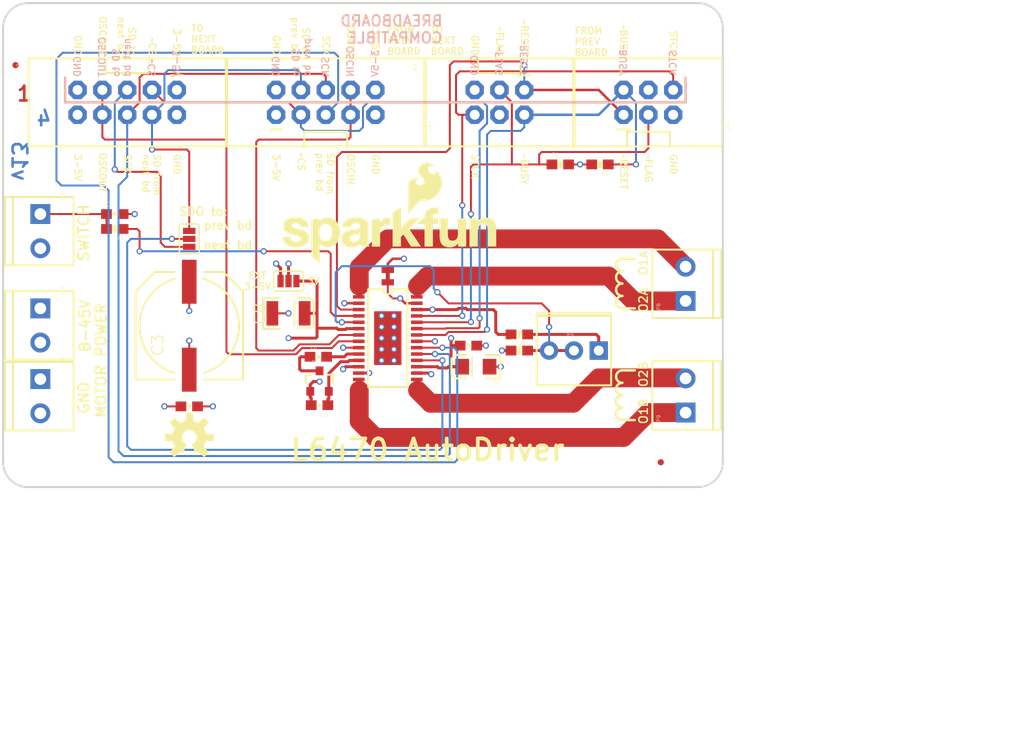
<source format=kicad_pcb>
(kicad_pcb (version 20211014) (generator pcbnew)
  (layers (0 "F.Cu" signal) (1 "In1.Cu" signal) (2 "In2.Cu" signal) (31 "B.Cu" signal) (34 "B.Paste" user) (35 "F.Paste" user) (36 "B.SilkS" user "B.Silkscreen") (37 "F.SilkS" user "F.Silkscreen") (38 "B.Mask" user) (39 "F.Mask" user) (44 "Edge.Cuts" user))
  (net 0 "")
  (net 1 "5V")
  (net 2 "GND")
  (net 3 "FLAGN")
  (net 4 "BUSYN")
  (net 5 "STCK")
  (net 6 "V_CP")
  (net 7 "CP_HIGH")
  (net 8 "V_BOOT")
  (net 9 "OUT1A")
  (net 10 "OUT2A")
  (net 11 "OUT1B")
  (net 12 "OUT2B")
  (net 13 "ADC")
  (net 14 "SWITCH_SIG")
  (net 15 "SWITCH_INPUT")
  (net 16 "N$11")
  (net 17 "SDI")
  (net 18 "SCK")
  (net 19 "CSN")
  (net 20 "VLOGIC")
  (net 21 "3.3V")
  (net 22 "OSCIN")
  (net 23 "OSCOUT")
  (net 24 "RESETN")
  (net 25 "VS")
  (net 26 "PGND")
  (net 27 "D_RETURN")
  (net 28 "SDO")
  (net 29 "SDO_DOWNSTREAM")
  (footprint "boardEagle:STAND-OFF" (layer "F.Cu") (at 182.7911 82.7786)
    (fp_text reference "STANDOFF1" hide)
    (fp_text value "STAND-OFF" hide)
  )
  (footprint "boardEagle:0603-CAP" (layer "F.Cu") (at 144.0561 121.3866 180)
    (fp_text reference "C5")
    (fp_text value "0.22uF")
  )
  (footprint "boardEagle:2X5-SHROUDED" (layer "F.Cu") (at 144.6911 90.3986 90)
    (fp_text reference "JP1")
    (fp_text value "M05X2SHD")
  )
  (footprint "boardEagle:STAND-OFF" (layer "F.Cu") (at 114.2111 127.2286)
    (fp_text reference "STANDOFF3" hide)
    (fp_text value "STAND-OFF" hide)
  )
  (footprint "boardEagle:TP_15TH" (layer "F.Cu") (at 140.8811 114.5286)
    (fp_text reference "TP1" hide)
    (fp_text value "TEST-POINTTP_15TH_THRU" hide)
  )
  (footprint "boardEagle:PAD-JUMPER-3-2OF3_NC_BY_PASTE_YES_SILK_FULL_BOX" (layer "F.Cu") (at 130.7211 104.3686 90)
    (fp_text reference "SJ3")
    (fp_text value "JUMPER-PAD-3-2OF3_NC_BY_PASTE")
  )
  (footprint "boardEagle:STAND-OFF" (layer "F.Cu") (at 114.2111 82.7786)
    (fp_text reference "STANDOFF4" hide)
    (fp_text value "STAND-OFF" hide)
  )
  (footprint "boardEagle:SCREWTERMINAL-3.5MM-2" (layer "F.Cu") (at 115.4811 101.8286 -90)
    (fp_text reference "JP5")
    (fp_text value "")
  )
  (footprint "boardEagle:2X3-SHROUDED" (layer "F.Cu") (at 177.7111 90.3986 90)
    (fp_text reference "JP4")
    (fp_text value "")
  )
  (footprint "boardEagle:HTSSOP28" (layer "F.Cu") (at 151.0411 114.5286 -90)
    (fp_text reference "U1")
    (fp_text value "L6470 ")
  )
  (footprint "boardEagle:STAND-OFF" (layer "F.Cu") (at 182.7911 127.2286)
    (fp_text reference "STANDOFF2" hide)
    (fp_text value "STAND-OFF" hide)
  )
  (footprint "boardEagle:0603-RES" (layer "F.Cu") (at 172.7581 96.7486 180)
    (fp_text reference "R1")
    (fp_text value "10k")
  )
  (footprint "boardEagle:3362U" (layer "F.Cu") (at 172.6311 113.2586 180)
    (fp_text reference "R4")
    (fp_text value "200k")
  )
  (footprint "boardEagle:SFE_LOGO_NAME_FLAME_.2" (layer "F.Cu") (at 139.6111 106.9086)
    (fp_text reference "LOGO2" hide)
    (fp_text value "SFE_LOGO_NAME_FLAME.2_INCH" hide)
  )
  (footprint "boardEagle:OSHW-LOGO-M" (layer "F.Cu") (at 130.7211 124.6886)
    (fp_text reference "LOGO1" hide)
    (fp_text value "OSHW-LOGOM" hide)
  )
  (footprint "boardEagle:2X3-SHROUDED" (layer "F.Cu") (at 162.4711 90.3986 -90)
    (fp_text reference "JP3")
    (fp_text value "")
  )
  (footprint "boardEagle:SCREWTERMINAL-3.5MM-2" (layer "F.Cu") (at 115.4811 111.4806 -90)
    (fp_text reference "JP6")
    (fp_text value "")
  )
  (footprint "boardEagle:MICRO-FIDUCIAL" (layer "F.Cu") (at 178.9811 127.2286)
    (fp_text reference "FID1" hide)
    (fp_text value "FIDUCIALUFIDUCIAL" hide)
  )
  (footprint "boardEagle:EIA3216" (layer "F.Cu") (at 160.0581 117.4496 180)
    (fp_text reference "C2")
    (fp_text value "10uF")
  )
  (footprint "boardEagle:0603-RES" (layer "F.Cu") (at 164.5031 115.7986)
    (fp_text reference "R5")
    (fp_text value "8.2k")
  )
  (footprint "boardEagle:0603-CAP" (layer "F.Cu") (at 159.2961 115.2906)
    (fp_text reference "C1")
    (fp_text value "0.1uF")
  )
  (footprint "boardEagle:SCREWTERMINAL-3.5MM-2" (layer "F.Cu") (at 115.4811 118.7196 -90)
    (fp_text reference "JP7")
    (fp_text value "")
  )
  (footprint "boardEagle:SOT23-3" (layer "F.Cu") (at 144.0561 118.9736)
    (fp_text reference "D1")
    (fp_text value "BAV99")
  )
  (footprint "boardEagle:0603-RES" (layer "F.Cu") (at 123.1011 103.3526 180)
    (fp_text reference "R3")
    (fp_text value "100")
  )
  (footprint "boardEagle:2X5-SHROUDED" (layer "F.Cu") (at 124.3711 90.3986 -90)
    (fp_text reference "JP2")
    (fp_text value "M05X2SHD")
  )
  (footprint "boardEagle:2PT_GND_TIE" (layer "F.Cu") (at 151.0411 108.1786)
    (fp_text reference "SJ2" hide)
    (fp_text value "2PT_GND_TIE" hide)
  )
  (footprint "boardEagle:0603-CAP" (layer "F.Cu") (at 130.7211 121.5136)
    (fp_text reference "C4")
    (fp_text value "0.22uF")
  )
  (footprint "boardEagle:0603-CAP" (layer "F.Cu") (at 143.9291 116.4336)
    (fp_text reference "C6")
    (fp_text value "10nF")
  )
  (footprint "boardEagle:CREATIVE_COMMONS" (layer "F.Cu") (at 133.2611 155.1686)
    (fp_text reference "FRAME1" hide)
    (fp_text value "FRAME-LETTER" hide)
  )
  (footprint "boardEagle:MICRO-FIDUCIAL" (layer "F.Cu") (at 112.9411 86.5886)
    (fp_text reference "FID2" hide)
    (fp_text value "FIDUCIALUFIDUCIAL" hide)
  )
  (footprint "boardEagle:0603-CAP" (layer "F.Cu") (at 123.1011 101.8286)
    (fp_text reference "C7")
    (fp_text value "10nF")
  )
  (footprint "boardEagle:SCREWTERMINAL-3.5MM-2" (layer "F.Cu") (at 181.5211 122.1486 90)
    (fp_text reference "JP9")
    (fp_text value "")
  )
  (footprint "boardEagle:FOUR_LAYER_WARNING" (layer "F.Cu") (at 170.0911 137.3886)
    (fp_text reference "U$4" hide)
    (fp_text value "FOUR_LAYER_WARNING" hide)
  )
  (footprint "boardEagle:SCREWTERMINAL-3.5MM-2" (layer "F.Cu") (at 181.5211 110.7186 90)
    (fp_text reference "JP8")
    (fp_text value "")
  )
  (footprint "boardEagle:0603-RES" (layer "F.Cu") (at 164.5031 114.1476 180)
    (fp_text reference "R6")
    (fp_text value "33k")
  )
  (footprint "boardEagle:NIC_10X10.5_CAP" (layer "F.Cu") (at 130.7211 113.2586 90)
    (fp_text reference "C3")
    (fp_text value "100uF")
  )
  (footprint "boardEagle:PAD-JUMPER-3-2OF3_NC_BY_PASTE_YES_SILK_FULL_BOX" (layer "F.Cu") (at 140.8811 108.6866 180)
    (fp_text reference "SJ1")
    (fp_text value "JUMPER-PAD-3-2OF3_NC_BY_PASTE")
  )
  (footprint "boardEagle:EIA3528" (layer "F.Cu") (at 140.8811 111.9886)
    (fp_text reference "C8")
    (fp_text value "47uF")
  )
  (footprint "boardEagle:0603-RES" (layer "F.Cu") (at 168.6941 96.7486)
    (fp_text reference "R2")
    (fp_text value "10k")
  )
  (gr_line (start 118.0211 87.8586) (end 118.0211 90.3986) (layer "B.SilkS") (width 0.254))
  (gr_line (start 181.5211 90.3986) (end 181.5211 87.8586) (layer "B.SilkS") (width 0.254))
  (gr_line (start 118.0211 90.3986) (end 181.5211 90.3986) (layer "B.SilkS") (width 0.254))
  (gr_line (start 176.3141 106.4006) (end 175.0441 106.4006) (layer "F.SilkS") (width 0.254))
  (gr_arc (start 175.0441 120.3706) (mid 174.4091 119.7356) (end 175.0441 119.1006) (layer "F.SilkS") (width 0.254))
  (gr_line (start 176.3141 117.8306) (end 175.0441 117.8306) (layer "F.SilkS") (width 0.254))
  (gr_arc (start 175.0441 111.4806) (mid 174.4091 110.8456) (end 175.0441 110.2106) (layer "F.SilkS") (width 0.254))
  (gr_arc (start 175.0441 110.2106) (mid 174.4091 109.5756) (end 175.0441 108.9406) (layer "F.SilkS") (width 0.254))
  (gr_line (start 176.3141 122.9106) (end 175.0441 122.9106) (layer "F.SilkS") (width 0.254))
  (gr_arc (start 175.0441 107.6706) (mid 174.4091 107.0356) (end 175.0441 106.4006) (layer "F.SilkS") (width 0.254))
  (gr_arc (start 175.0441 119.1006) (mid 174.4091 118.4656) (end 175.0441 117.8306) (layer "F.SilkS") (width 0.254))
  (gr_arc (start 175.0441 108.9406) (mid 174.4091 108.3056) (end 175.0441 107.6706) (layer "F.SilkS") (width 0.254))
  (gr_arc (start 175.0441 122.9106) (mid 174.4091 122.2756) (end 175.0441 121.6406) (layer "F.SilkS") (width 0.254))
  (gr_line (start 176.3141 111.4806) (end 175.0441 111.4806) (layer "F.SilkS") (width 0.254))
  (gr_arc (start 175.0441 121.6406) (mid 174.4091 121.0056) (end 175.0441 120.3706) (layer "F.SilkS") (width 0.254))
  (gr_arc (start 114.2111 129.7686) (mid 112.415049 129.024651) (end 111.6711 127.2286) (layer "Edge.Cuts") (width 0.2032))
  (gr_line (start 185.3311 127.2286) (end 185.3311 82.7786) (layer "Edge.Cuts") (width 0.2032))
  (gr_arc (start 111.6711 82.7786) (mid 112.415049 80.982549) (end 114.2111 80.2386) (layer "Edge.Cuts") (width 0.2032))
  (gr_arc (start 182.7911 80.2386) (mid 184.587151 80.982549) (end 185.3311 82.7786) (layer "Edge.Cuts") (width 0.2032))
  (gr_arc (start 185.3311 127.2286) (mid 184.587151 129.024651) (end 182.7911 129.7686) (layer "Edge.Cuts") (width 0.2032))
  (gr_line (start 182.7911 80.2386) (end 114.2111 80.2386) (layer "Edge.Cuts") (width 0.2032))
  (gr_line (start 111.6711 127.2286) (end 111.6711 82.7786) (layer "Edge.Cuts") (width 0.2032))
  (gr_line (start 182.7911 129.7686) (end 114.2111 129.7686) (layer "Edge.Cuts") (width 0.2032))
  (gr_text "1" (at 112.9411 90.3986) (layer "F.Cu") (effects (font (size 1.5113 1.5113) (thickness 0.2667)) (justify left bottom)))
  (gr_text "v13" (at 114.2111 94.2086 -90) (layer "B.Cu") (effects (font (size 1.5113 1.5113) (thickness 0.2667)) (justify right top mirror)))
  (gr_text "4" (at 116.7511 92.9386) (layer "B.Cu") (effects (font (size 1.5113 1.5113) (thickness 0.2667)) (justify left bottom mirror)))
  (gr_text "SD to\nnext bd" (at 124.7521 87.8586 -270) (layer "B.SilkS") (effects (font (size 0.69088 0.69088) (thickness 0.12192)) (justify right bottom mirror)))
  (gr_text "SD to\nprev bd" (at 143.1671 87.8586 -270) (layer "B.SilkS") (effects (font (size 0.69088 0.69088) (thickness 0.12192)) (justify right bottom mirror)))
  (gr_text "GND" (at 139.9921 87.8586 -270) (layer "B.SilkS") (effects (font (size 0.69088 0.69088) (thickness 0.12192)) (justify right bottom mirror)))
  (gr_text "SCK" (at 145.0721 87.8586 -270) (layer "B.SilkS") (effects (font (size 0.69088 0.69088) (thickness 0.12192)) (justify right bottom mirror)))
  (gr_text "BREADBOARD\nCOMPATIBLE" (at 156.7561 84.4296) (layer "B.SilkS") (effects (font (size 1.0795 1.0795) (thickness 0.1905)) (justify left bottom mirror)))
  (gr_text "STCK" (at 180.6321 87.7316 -270) (layer "B.SilkS") (effects (font (size 0.69088 0.69088) (thickness 0.12192)) (justify right bottom mirror)))
  (gr_text "~BUSY" (at 175.5521 87.7316 -270) (layer "B.SilkS") (effects (font (size 0.69088 0.69088) (thickness 0.12192)) (justify right bottom mirror)))
  (gr_text "~FLAG" (at 162.8521 87.7316 -270) (layer "B.SilkS") (effects (font (size 0.69088 0.69088) (thickness 0.12192)) (justify right bottom mirror)))
  (gr_text "3-5V" (at 150.1521 87.8586 -270) (layer "B.SilkS") (effects (font (size 0.69088 0.69088) (thickness 0.12192)) (justify right bottom mirror)))
  (gr_text "GND" (at 160.3121 87.7316 -270) (layer "B.SilkS") (effects (font (size 0.69088 0.69088) (thickness 0.12192)) (justify right bottom mirror)))
  (gr_text "3-5V" (at 129.8321 87.8586 -270) (layer "B.SilkS") (effects (font (size 0.69088 0.69088) (thickness 0.12192)) (justify right bottom mirror)))
  (gr_text "~CS" (at 127.2921 87.8586 -270) (layer "B.SilkS") (effects (font (size 0.69088 0.69088) (thickness 0.12192)) (justify right bottom mirror)))
  (gr_text "OSCIN" (at 147.6121 87.8586 -270) (layer "B.SilkS") (effects (font (size 0.69088 0.69088) (thickness 0.12192)) (justify right bottom mirror)))
  (gr_text "OSCOUT" (at 122.2121 87.8586 -270) (layer "B.SilkS") (effects (font (size 0.69088 0.69088) (thickness 0.12192)) (justify right bottom mirror)))
  (gr_text "~RESET" (at 165.3921 87.7316 -270) (layer "B.SilkS") (effects (font (size 0.69088 0.69088) (thickness 0.12192)) (justify right bottom mirror)))
  (gr_text "GND" (at 119.6721 87.8586 -270) (layer "B.SilkS") (effects (font (size 0.69088 0.69088) (thickness 0.12192)) (justify right bottom mirror)))
  (gr_text "GND" (at 149.3901 95.6056 270) (layer "F.SilkS") (effects (font (size 0.69088 0.69088) (thickness 0.12192)) (justify left bottom)))
  (gr_text "3-5V" (at 118.9101 95.6056 270) (layer "F.SilkS") (effects (font (size 0.69088 0.69088) (thickness 0.12192)) (justify left bottom)))
  (gr_text "L6470 AutoDriver" (at 140.8811 127.2286) (layer "F.SilkS") (effects (font (size 2.159 2.159) (thickness 0.381)) (justify left bottom)))
  (gr_text "TO\nNEXT\nBOARD" (at 155.3591 85.5726) (layer "F.SilkS") (effects (font (size 0.69088 0.69088) (thickness 0.12192)) (justify left bottom)))
  (gr_text "STCK" (at 159.5501 95.6056 270) (layer "F.SilkS") (effects (font (size 0.69088 0.69088) (thickness 0.12192)) (justify left bottom)))
  (gr_text "O2B" (at 177.7111 119.6086 90) (layer "F.SilkS") (effects (font (size 0.8636 0.8636) (thickness 0.1524)) (justify left bottom)))
  (gr_text "3-5V" (at 139.2301 95.6056 270) (layer "F.SilkS") (effects (font (size 0.69088 0.69088) (thickness 0.12192)) (justify left bottom)))
  (gr_text "SWITCH" (at 120.5611 106.7816 90) (layer "F.SilkS") (effects (font (size 1.0795 1.0795) (thickness 0.1905)) (justify left bottom)))
  (gr_text "SD from\nnext bd" (at 125.8951 95.6056 270) (layer "F.SilkS") (effects (font (size 0.69088 0.69088) (thickness 0.12192)) (justify left bottom)))
  (gr_text "OSCOUT" (at 121.4501 95.4786 270) (layer "F.SilkS") (effects (font (size 0.69088 0.69088) (thickness 0.12192)) (justify left bottom)))
  (gr_text "MOTOR POWER" (at 122.3391 116.8146 90) (layer "F.SilkS") (effects (font (size 1.0795 1.0795) (thickness 0.1905)) (justify bottom)))
  (gr_text "O2A" (at 177.7111 111.9886 90) (layer "F.SilkS") (effects (font (size 0.8636 0.8636) (thickness 0.1524)) (justify left bottom)))
  (gr_text "~CS" (at 141.7701 95.4786 270) (layer "F.SilkS") (effects (font (size 0.69088 0.69088) (thickness 0.12192)) (justify left bottom)))
  (gr_text "GND" (at 129.0701 95.6056 270) (layer "F.SilkS") (effects (font (size 0.69088 0.69088) (thickness 0.12192)) (justify left bottom)))
  (gr_text "FROM\nPREV\nBOARD" (at 170.0911 85.6996) (layer "F.SilkS") (effects (font (size 0.69088 0.69088) (thickness 0.12192)) (justify left bottom)))
  (gr_text "~RESET" (at 164.6301 85.6996 270) (layer "F.SilkS") (effects (font (size 0.69088 0.69088) (thickness 0.12192)) (justify right bottom)))
  (gr_text "8-45V" (at 120.6881 113.2586 90) (layer "F.SilkS") (effects (font (size 1.0795 1.0795) (thickness 0.1905)) (justify bottom)))
  (gr_text "3V" (at 143.4211 108.6866) (layer "F.SilkS") (effects (font (size 0.69088 0.69088) (thickness 0.12192))))
  (gr_text "SD to\nprev bd" (at 141.1351 85.6996 270) (layer "F.SilkS") (effects (font (size 0.69088 0.69088) (thickness 0.12192)) (justify right bottom)))
  (gr_text "SCK" (at 123.9901 95.6056 270) (layer "F.SilkS") (effects (font (size 0.69088 0.69088) (thickness 0.12192)) (justify left bottom)))
  (gr_text "STCK" (at 179.8701 85.6996 270) (layer "F.SilkS") (effects (font (size 0.69088 0.69088) (thickness 0.12192)) (justify right bottom)))
  (gr_text "GND" (at 139.2301 85.6996 270) (layer "F.SilkS") (effects (font (size 0.69088 0.69088) (thickness 0.12192)) (justify right bottom)))
  (gr_text "~RESET" (at 174.7901 95.6056 270) (layer "F.SilkS") (effects (font (size 0.69088 0.69088) (thickness 0.12192)) (justify left bottom)))
  (gr_text "OSCOUT" (at 121.4501 85.6996 270) (layer "F.SilkS") (effects (font (size 0.69088 0.69088) (thickness 0.12192)) (justify right bottom)))
  (gr_text "GND" (at 179.8701 95.6056 270) (layer "F.SilkS") (effects (font (size 0.69088 0.69088) (thickness 0.12192)) (justify left bottom)))
  (gr_text "FROM\nPREV\nBOARD" (at 150.9141 85.5726) (layer "F.SilkS") (effects (font (size 0.69088 0.69088) (thickness 0.12192)) (justify left bottom)))
  (gr_text "TO\nNEXT\nBOARD" (at 130.8481 85.4456) (layer "F.SilkS") (effects (font (size 0.69088 0.69088) (thickness 0.12192)) (justify left bottom)))
  (gr_text "GND" (at 120.5611 120.6246 90) (layer "F.SilkS") (effects (font (size 1.0795 1.0795) (thickness 0.1905)) (justify bottom)))
  (gr_text "3-5V" (at 129.0701 85.6996 270) (layer "F.SilkS") (effects (font (size 0.69088 0.69088) (thickness 0.12192)) (justify right bottom)))
  (gr_text "SD from\nprev bd" (at 143.6751 95.4786 270) (layer "F.SilkS") (effects (font (size 0.69088 0.69088) (thickness 0.12192)) (justify left bottom)))
  (gr_text "next bd" (at 132.1181 105.5116) (layer "F.SilkS") (effects (font (size 0.8636 0.8636) (thickness 0.1524)) (justify left bottom)))
  (gr_text "SCK" (at 144.3101 85.6996 270) (layer "F.SilkS") (effects (font (size 0.69088 0.69088) (thickness 0.12192)) (justify right bottom)))
  (gr_text "~FLAG" (at 177.3301 95.6056 270) (layer "F.SilkS") (effects (font (size 0.69088 0.69088) (thickness 0.12192)) (justify left bottom)))
  (gr_text "OSCIN" (at 146.8501 85.6996 270) (layer "F.SilkS") (effects (font (size 0.69088 0.69088) (thickness 0.12192)) (justify right bottom)))
  (gr_text "GND" (at 118.9101 85.6996 270) (layer "F.SilkS") (effects (font (size 0.69088 0.69088) (thickness 0.12192)) (justify right bottom)))
  (gr_text "SDO to:" (at 129.5781 102.0826) (layer "F.SilkS") (effects (font (size 0.8636 0.8636) (thickness 0.1524)) (justify left bottom)))
  (gr_text "~BUSY" (at 164.6301 95.6056 270) (layer "F.SilkS") (effects (font (size 0.69088 0.69088) (thickness 0.12192)) (justify left bottom)))
  (gr_text "GND" (at 159.5501 85.6996 270) (layer "F.SilkS") (effects (font (size 0.69088 0.69088) (thickness 0.12192)) (justify right bottom)))
  (gr_text "~FLAG" (at 162.0901 85.6996 270) (layer "F.SilkS") (effects (font (size 0.69088 0.69088) (thickness 0.12192)) (justify right bottom)))
  (gr_text "OSCIN" (at 146.8501 95.6056 270) (layer "F.SilkS") (effects (font (size 0.69088 0.69088) (thickness 0.12192)) (justify left bottom)))
  (gr_text "O1B" (at 177.7111 123.4186 90) (layer "F.SilkS") (effects (font (size 0.8636 0.8636) (thickness 0.1524)) (justify left bottom)))
  (gr_text "O1A" (at 177.7111 108.1786 90) (layer "F.SilkS") (effects (font (size 0.8636 0.8636) (thickness 0.1524)) (justify left bottom)))
  (gr_text "SD to\nnext bd" (at 123.3551 85.6996 270) (layer "F.SilkS") (effects (font (size 0.69088 0.69088) (thickness 0.12192)) (justify right bottom)))
  (gr_text "prev bd" (at 132.1181 103.4796) (layer "F.SilkS") (effects (font (size 0.8636 0.8636) (thickness 0.1524)) (justify left bottom)))
  (gr_text "OSCOUT" (at 121.4501 95.4786 270) (layer "F.SilkS") (effects (font (size 0.69088 0.69088) (thickness 0.12192)) (justify left bottom)))
  (gr_text "EXT\n3-5V" (at 137.7061 108.6866) (layer "F.SilkS") (effects (font (size 0.69088 0.69088) (thickness 0.12192))))
  (gr_text "SCK" (at 123.9901 95.6056 270) (layer "F.SilkS") (effects (font (size 0.69088 0.69088) (thickness 0.12192)) (justify left bottom)))
  (gr_text "~CS" (at 126.5301 85.6996 270) (layer "F.SilkS") (effects (font (size 0.69088 0.69088) (thickness 0.12192)) (justify right bottom)))
  (gr_text "~BUSY" (at 174.7901 85.6996 270) (layer "F.SilkS") (effects (font (size 0.69088 0.69088) (thickness 0.12192)) (justify right bottom)))
  (gr_text "3-5V" (at 149.3901 85.6996 270) (layer "F.SilkS") (effects (font (size 0.69088 0.69088) (thickness 0.12192)) (justify right bottom)))
  (segment (start 140.0683 108.6866) (end 140.0683 107.3658) (width 0.3048) (layer "F.Cu") (net 1))
  (segment (start 140.0683 107.3658) (end 139.6111 106.9086) (width 0.3048) (layer "F.Cu") (net 1))
  (via (at 139.6111 106.9086) (size 0.635) (drill 0.381) (layers "F.Cu" "B.Cu") (net 1))
  (segment (start 161.4581 117.4496) (end 162.5981 117.4496) (width 0.2032) (layer "F.Cu") (net 2))
  (segment (start 163.6531 115.7986) (end 162.7251 115.7986) (width 0.3048) (layer "F.Cu") (net 2))
  (segment (start 148.0711 115.5036) (end 146.4691 115.5036) (width 0.2032) (layer "F.Cu") (net 2))
  (segment (start 151.0411 106.9086) (end 151.0411 107.5436) (width 0.254) (layer "F.Cu") (net 2))
  (segment (start 152.6921 106.4006) (end 151.5491 106.4006) (width 0.254) (layer "F.Cu") (net 2))
  (segment (start 123.9511 101.8286) (end 125.1331 101.8286) (width 0.2032) (layer "F.Cu") (net 2))
  (segment (start 139.2311 111.9886) (end 140.8811 111.9886) (width 0.2032) (layer "F.Cu") (net 2))
  (segment (start 151.5491 106.4006) (end 151.0411 106.9086) (width 0.254) (layer "F.Cu") (net 2))
  (segment (start 154.0111 114.8536) (end 155.8671 114.8536) (width 0.2032) (layer "F.Cu") (net 2))
  (segment (start 160.1461 115.2906) (end 161.0741 115.2906) (width 0.2032) (layer "F.Cu") (net 2))
  (via (at 155.8671 114.8536) (size 0.635) (drill 0.381) (layers "F.Cu" "B.Cu") (net 2))
  (via (at 162.5981 117.4496) (size 0.635) (drill 0.381) (layers "F.Cu" "B.Cu") (net 2))
  (via (at 146.4691 115.5036) (size 0.635) (drill 0.381) (layers "F.Cu" "B.Cu") (net 2))
  (via (at 152.6921 106.4006) (size 0.635) (drill 0.381) (layers "F.Cu" "B.Cu") (net 2))
  (via (at 161.0741 115.2906) (size 0.635) (drill 0.381) (layers "F.Cu" "B.Cu") (net 2))
  (via (at 162.7251 115.7986) (size 0.635) (drill 0.381) (layers "F.Cu" "B.Cu") (net 2))
  (via (at 125.1331 101.8286) (size 0.635) (drill 0.381) (layers "F.Cu" "B.Cu") (net 2))
  (via (at 140.8811 111.9886) (size 0.635) (drill 0.381) (layers "F.Cu" "B.Cu") (net 2))
  (segment (start 163.7411 90.3986) (end 163.7411 96.7486) (width 0.2032) (layer "F.Cu") (net 3))
  (segment (start 177.7111 91.6686) (end 177.7111 95.0976) (width 0.2032) (layer "F.Cu") (net 3))
  (segment (start 159.5241 112.9036) (end 159.5501 112.8776) (width 0.2032) (layer "F.Cu") (net 3))
  (segment (start 159.5501 101.8286) (end 159.5501 97.0026) (width 0.2032) (layer "F.Cu") (net 3))
  (segment (start 177.7111 95.0976) (end 177.3301 95.4786) (width 0.2032) (layer "F.Cu") (net 3))
  (segment (start 159.5501 97.0026) (end 159.8041 96.7486) (width 0.2032) (layer "F.Cu") (net 3))
  (segment (start 166.7891 95.4786) (end 166.5351 95.7326) (width 0.2032) (layer "F.Cu") (net 3))
  (segment (start 159.8041 96.7486) (end 163.7411 96.7486) (width 0.2032) (layer "F.Cu") (net 3))
  (segment (start 163.7411 96.7486) (end 166.5351 96.7486) (width 0.2032) (layer "F.Cu") (net 3))
  (segment (start 166.5351 95.7326) (end 166.5351 96.7486) (width 0.2032) (layer "F.Cu") (net 3))
  (segment (start 167.8441 96.7486) (end 167.2971 96.7486) (width 0.254) (layer "F.Cu") (net 3))
  (segment (start 162.4711 89.1286) (end 163.7411 90.3986) (width 0.2032) (layer "F.Cu") (net 3))
  (segment (start 154.0111 112.9036) (end 159.5241 112.9036) (width 0.2032) (layer "F.Cu") (net 3))
  (segment (start 177.3301 95.4786) (end 166.7891 95.4786) (width 0.2032) (layer "F.Cu") (net 3))
  (segment (start 166.5351 96.7486) (end 167.8441 96.7486) (width 0.2032) (layer "F.Cu") (net 3))
  (via (at 159.5501 112.8776) (size 0.635) (drill 0.381) (layers "F.Cu" "B.Cu") (net 3))
  (via (at 159.5501 101.8286) (size 0.635) (drill 0.381) (layers "F.Cu" "B.Cu") (net 3))
  (segment (start 159.5501 112.8776) (end 159.5501 101.8286) (width 0.2032) (layer "B.Cu") (net 3))
  (segment (start 154.0111 114.2036) (end 156.9541 114.2036) (width 0.2032) (layer "F.Cu") (net 4))
  (segment (start 160.9471 113.8936) (end 161.2011 113.6396) (width 0.2032) (layer "F.Cu") (net 4))
  (segment (start 157.2641 113.8936) (end 160.9471 113.8936) (width 0.2032) (layer "F.Cu") (net 4))
  (segment (start 173.6081 96.7486) (end 176.4411 96.7486) (width 0.2032) (layer "F.Cu") (net 4))
  (segment (start 156.9541 114.2036) (end 157.2641 113.8936) (width 0.2032) (layer "F.Cu") (net 4))
  (via (at 176.4411 96.7486) (size 0.635) (drill 0.381) (layers "F.Cu" "B.Cu") (net 4))
  (via (at 161.2011 113.6396) (size 0.635) (drill 0.381) (layers "F.Cu" "B.Cu") (net 4))
  (segment (start 161.2011 113.6396) (end 161.2011 93.7006) (width 0.2032) (layer "B.Cu") (net 4))
  (segment (start 161.5821 93.3196) (end 164.6301 93.3196) (width 0.2032) (layer "B.Cu") (net 4))
  (segment (start 165.0111 91.6686) (end 172.6311 91.6686) (width 0.254) (layer "B.Cu") (net 4))
  (segment (start 161.2011 93.7006) (end 161.5821 93.3196) (width 0.2032) (layer "B.Cu") (net 4))
  (segment (start 165.0111 92.9386) (end 165.0111 91.6686) (width 0.2032) (layer "B.Cu") (net 4))
  (segment (start 176.4411 96.7486) (end 176.4411 90.3986) (width 0.2032) (layer "B.Cu") (net 4))
  (segment (start 176.4411 90.3986) (end 175.1711 89.1286) (width 0.2032) (layer "B.Cu") (net 4))
  (segment (start 172.6311 91.6686) (end 175.1711 89.1286) (width 0.254) (layer "B.Cu") (net 4))
  (segment (start 164.6301 93.3196) (end 165.0111 92.9386) (width 0.2032) (layer "B.Cu") (net 4))
  (segment (start 158.4071 87.2236) (end 158.0261 87.6046) (width 0.2032) (layer "F.Cu") (net 5))
  (segment (start 158.7881 91.6686) (end 159.9311 91.6686) (width 0.2032) (layer "F.Cu") (net 5))
  (segment (start 158.6611 91.7956) (end 158.7881 91.6686) (width 0.2032) (layer "F.Cu") (net 5))
  (segment (start 179.8701 87.2236) (end 158.4071 87.2236) (width 0.2032) (layer "F.Cu") (net 5))
  (segment (start 158.6611 100.9396) (end 158.6611 91.7956) (width 0.2032) (layer "F.Cu") (net 5))
  (segment (start 158.0261 91.4146) (end 158.2801 91.6686) (width 0.2032) (layer "F.Cu") (net 5))
  (segment (start 154.0111 112.2536) (end 158.6501 112.2536) (width 0.2032) (layer "F.Cu") (net 5))
  (segment (start 158.6501 112.2536) (end 158.6611 112.2426) (width 0.2032) (layer "F.Cu") (net 5))
  (segment (start 180.2511 89.1286) (end 180.2511 87.6046) (width 0.2032) (layer "F.Cu") (net 5))
  (segment (start 158.0261 87.6046) (end 158.0261 91.4146) (width 0.2032) (layer "F.Cu") (net 5))
  (segment (start 180.2511 87.6046) (end 179.8701 87.2236) (width 0.2032) (layer "F.Cu") (net 5))
  (segment (start 158.2801 91.6686) (end 158.7881 91.6686) (width 0.2032) (layer "F.Cu") (net 5))
  (via (at 158.6611 100.9396) (size 0.635) (drill 0.381) (layers "F.Cu" "B.Cu") (net 5))
  (via (at 158.6611 112.2426) (size 0.635) (drill 0.381) (layers "F.Cu" "B.Cu") (net 5))
  (segment (start 158.6611 112.2426) (end 158.6611 100.9396) (width 0.2032) (layer "B.Cu") (net 5))
  (segment (start 146.5961 116.4336) (end 144.7791 116.4336) (width 0.3048) (layer "F.Cu") (net 6))
  (segment (start 148.0711 116.1536) (end 146.8761 116.1536) (width 0.3048) (layer "F.Cu") (net 6))
  (segment (start 146.8761 116.1536) (end 146.5961 116.4336) (width 0.3048) (layer "F.Cu") (net 6))
  (segment (start 144.0561 117.8736) (end 142.1941 117.8736) (width 0.3048) (layer "F.Cu") (net 7))
  (segment (start 142.1511 116.4336) (end 143.0791 116.4336) (width 0.3048) (layer "F.Cu") (net 7))
  (segment (start 142.0241 117.7036) (end 142.0241 116.5606) (width 0.3048) (layer "F.Cu") (net 7))
  (segment (start 142.0241 116.5606) (end 142.1511 116.4336) (width 0.3048) (layer "F.Cu") (net 7))
  (segment (start 142.1941 117.8736) (end 142.0241 117.7036) (width 0.3048) (layer "F.Cu") (net 7))
  (segment (start 145.0061 119.9736) (end 145.0061 118.1506) (width 0.3048) (layer "F.Cu") (net 8))
  (segment (start 146.9771 116.9416) (end 146.2151 116.9416) (width 0.3048) (layer "F.Cu") (net 8))
  (segment (start 145.0061 119.9736) (end 145.0061 120.6906) (width 0.3048) (layer "F.Cu") (net 8))
  (segment (start 145.0061 120.6906) (end 144.9061 120.7906) (width 0.3048) (layer "F.Cu") (net 8))
  (segment (start 145.0061 118.1506) (end 146.2151 116.9416) (width 0.3048) (layer "F.Cu") (net 8))
  (segment (start 148.0711 116.8036) (end 147.1151 116.8036) (width 0.3048) (layer "F.Cu") (net 8))
  (segment (start 147.1151 116.8036) (end 146.9771 116.9416) (width 0.3048) (layer "F.Cu") (net 8))
  (segment (start 144.9061 121.3866) (end 144.9061 120.7906) (width 0.3048) (layer "F.Cu") (net 8))
  (segment (start 151.0411 104.3686) (end 178.6711 104.3686) (width 1.9304) (layer "F.Cu") (net 9))
  (segment (start 148.0711 110.3036) (end 148.0711 109.2436) (width 0.254) (layer "F.Cu") (net 9))
  (segment (start 148.0711 109.2436) (end 148.1201 109.1946) (width 0.254) (layer "F.Cu") (net 9))
  (segment (start 148.1201 107.2896) (end 151.0411 104.3686) (width 1.9304) (layer "F.Cu") (net 9))
  (segment (start 178.6711 104.3686) (end 181.5211 107.2186) (width 1.9304) (layer "F.Cu") (net 9))
  (segment (start 148.1201 109.1946) (end 148.1201 107.2896) (width 1.9304) (layer "F.Cu") (net 9))
  (segment (start 155.1051 108.1786) (end 154.0891 109.1946) (width 1.9304) (layer "F.Cu") (net 10))
  (segment (start 154.0111 110.3036) (end 154.0111 108.8916) (width 0.254) (layer "F.Cu") (net 10))
  (segment (start 154.0111 108.8916) (end 154.0111 109.1166) (width 0.2032) (layer "F.Cu") (net 10))
  (segment (start 176.1871 110.7186) (end 173.6471 108.1786) (width 1.9304) (layer "F.Cu") (net 10))
  (segment (start 154.0111 109.1166) (end 154.0891 109.1946) (width 0.2032) (layer "F.Cu") (net 10))
  (segment (start 181.5211 110.7186) (end 176.1871 110.7186) (width 1.9304) (layer "F.Cu") (net 10))
  (segment (start 173.6471 108.1786) (end 155.1051 108.1786) (width 1.9304) (layer "F.Cu") (net 10))
  (segment (start 148.0711 119.8136) (end 148.1201 119.8626) (width 0.254) (layer "F.Cu") (net 11))
  (segment (start 148.0711 118.7536) (end 148.0711 119.8136) (width 0.254) (layer "F.Cu") (net 11))
  (segment (start 177.7111 122.1486) (end 175.1711 124.6886) (width 1.9304) (layer "F.Cu") (net 11))
  (segment (start 149.7711 124.6886) (end 148.1201 123.0376) (width 1.9304) (layer "F.Cu") (net 11))
  (segment (start 181.5211 122.1486) (end 177.7111 122.1486) (width 1.9304) (layer "F.Cu") (net 11))
  (segment (start 175.1711 124.6886) (end 149.7711 124.6886) (width 1.9304) (layer "F.Cu") (net 11))
  (segment (start 148.1201 123.0376) (end 148.1201 119.8626) (width 1.9304) (layer "F.Cu") (net 11))
  (segment (start 170.0351 121.1886) (end 172.6311 118.5926) (width 1.9304) (layer "F.Cu") (net 12))
  (segment (start 154.0111 120.1656) (end 154.0111 119.9406) (width 0.254) (layer "F.Cu") (net 12))
  (segment (start 181.4651 118.5926) (end 181.5211 118.6486) (width 1.9304) (layer "F.Cu") (net 12))
  (segment (start 155.4151 121.1886) (end 154.0891 119.8626) (width 1.9304) (layer "F.Cu") (net 12))
  (segment (start 155.4151 121.1886) (end 170.0351 121.1886) (width 1.9304) (layer "F.Cu") (net 12))
  (segment (start 154.0111 119.9406) (end 154.0891 119.8626) (width 0.254) (layer "F.Cu") (net 12))
  (segment (start 154.0111 118.7536) (end 154.0111 119.9406) (width 0.254) (layer "F.Cu") (net 12))
  (segment (start 172.6311 118.5926) (end 181.4651 118.5926) (width 1.9304) (layer "F.Cu") (net 12))
  (segment (start 157.2641 110.9726) (end 166.7891 110.9726) (width 0.2032) (layer "F.Cu") (net 13))
  (segment (start 166.7891 110.9726) (end 167.5511 111.7346) (width 0.2032) (layer "F.Cu") (net 13))
  (segment (start 170.0911 115.7986) (end 167.5511 115.7986) (width 0.3048) (layer "F.Cu") (net 13))
  (segment (start 148.0711 112.9036) (end 146.3421 112.9036) (width 0.2032) (layer "F.Cu") (net 13))
  (segment (start 156.1211 109.8296) (end 157.2641 110.9726) (width 0.2032) (layer "F.Cu") (net 13))
  (segment (start 165.3531 115.7986) (end 167.5511 115.7986) (width 0.3048) (layer "F.Cu") (net 13))
  (segment (start 167.5511 111.7346) (end 167.5511 113.3856) (width 0.2032) (layer "F.Cu") (net 13))
  (via (at 156.1211 109.8296) (size 0.635) (drill 0.381) (layers "F.Cu" "B.Cu") (net 13))
  (via (at 167.5511 113.3856) (size 0.635) (drill 0.381) (layers "F.Cu" "B.Cu") (net 13))
  (via (at 146.3421 112.9036) (size 0.635) (drill 0.381) (layers "F.Cu" "B.Cu") (net 13))
  (segment (start 167.5511 113.3856) (end 167.5511 115.7986) (width 0.2032) (layer "B.Cu") (net 13))
  (segment (start 145.7071 112.7506) (end 145.7071 107.7976) (width 0.2032) (layer "B.Cu") (net 13))
  (segment (start 146.3421 107.1626) (end 155.3591 107.1626) (width 0.2032) (layer "B.Cu") (net 13))
  (segment (start 145.7071 107.7976) (end 146.3421 107.1626) (width 0.2032) (layer "B.Cu") (net 13))
  (segment (start 145.8601 112.9036) (end 145.7071 112.7506) (width 0.2032) (layer "B.Cu") (net 13))
  (segment (start 155.7401 109.4486) (end 156.1211 109.8296) (width 0.2032) (layer "B.Cu") (net 13))
  (segment (start 155.7401 107.5436) (end 155.7401 109.4486) (width 0.2032) (layer "B.Cu") (net 13))
  (segment (start 146.3421 112.9036) (end 145.8601 112.9036) (width 0.2032) (layer "B.Cu") (net 13))
  (segment (start 155.3591 107.1626) (end 155.7401 107.5436) (width 0.2032) (layer "B.Cu") (net 13))
  (segment (start 148.0711 112.2536) (end 145.5911 112.2536) (width 0.2032) (layer "F.Cu") (net 14))
  (segment (start 145.5911 112.2536) (end 145.1991 111.8616) (width 0.2032) (layer "F.Cu") (net 14))
  (segment (start 125.6411 105.6386) (end 125.6411 103.6066) (width 0.2032) (layer "F.Cu") (net 14))
  (segment (start 125.6411 103.6066) (end 125.3871 103.3526) (width 0.2032) (layer "F.Cu") (net 14))
  (segment (start 145.1991 111.8616) (end 145.1991 105.8926) (width 0.2032) (layer "F.Cu") (net 14))
  (segment (start 145.1991 105.8926) (end 144.9451 105.6386) (width 0.2032) (layer "F.Cu") (net 14))
  (segment (start 144.9451 105.6386) (end 138.3411 105.6386) (width 0.2032) (layer "F.Cu") (net 14))
  (segment (start 125.3871 103.3526) (end 123.9511 103.3526) (width 0.2032) (layer "F.Cu") (net 14))
  (via (at 138.3411 105.6386) (size 0.635) (drill 0.381) (layers "F.Cu" "B.Cu") (net 14))
  (via (at 125.6411 105.6386) (size 0.635) (drill 0.381) (layers "F.Cu" "B.Cu") (net 14))
  (segment (start 138.3411 105.6386) (end 125.6411 105.6386) (width 0.2032) (layer "B.Cu") (net 14))
  (segment (start 122.2511 103.3526) (end 122.2511 101.8286) (width 0.2032) (layer "F.Cu") (net 15))
  (segment (start 115.4811 101.8286) (end 122.2511 101.8286) (width 0.2032) (layer "F.Cu") (net 15))
  (segment (start 172.3771 114.1476) (end 172.6311 114.4016) (width 0.3048) (layer "F.Cu") (net 16))
  (segment (start 165.3531 114.1476) (end 172.3771 114.1476) (width 0.3048) (layer "F.Cu") (net 16))
  (segment (start 172.6311 114.4016) (end 172.6311 115.7986) (width 0.3048) (layer "F.Cu") (net 16))
  (segment (start 154.0111 115.5036) (end 156.6291 115.5036) (width 0.2032) (layer "F.Cu") (net 17))
  (via (at 156.6291 115.5036) (size 0.635) (drill 0.381) (layers "F.Cu" "B.Cu") (net 17))
  (segment (start 117.1321 98.3996) (end 117.1321 85.9536) (width 0.2032) (layer "B.Cu") (net 17))
  (segment (start 122.4661 99.4156) (end 121.9581 98.9076) (width 0.2032) (layer "B.Cu") (net 17))
  (segment (start 145.9611 90.3986) (end 144.6911 91.6686) (width 0.2032) (layer "B.Cu") (net 17))
  (segment (start 117.7671 85.3186) (end 145.5801 85.3186) (width 0.2032) (layer "B.Cu") (net 17))
  (segment (start 122.4661 126.7206) (end 122.4661 99.4156) (width 0.2032) (layer "B.Cu") (net 17))
  (segment (start 117.6401 98.9076) (end 117.1321 98.3996) (width 0.2032) (layer "B.Cu") (net 17))
  (segment (start 156.6291 115.5036) (end 157.8581 115.5036) (width 0.2032) (layer "B.Cu") (net 17))
  (segment (start 145.5801 85.3186) (end 145.9611 85.6996) (width 0.2032) (layer "B.Cu") (net 17))
  (segment (start 117.1321 85.9536) (end 117.7671 85.3186) (width 0.2032) (layer "B.Cu") (net 17))
  (segment (start 157.8581 115.5036) (end 158.1531 115.7986) (width 0.2032) (layer "B.Cu") (net 17))
  (segment (start 145.9611 85.6996) (end 145.9611 90.3986) (width 0.2032) (layer "B.Cu") (net 17))
  (segment (start 121.9581 98.9076) (end 117.6401 98.9076) (width 0.2032) (layer "B.Cu") (net 17))
  (segment (start 158.1531 115.7986) (end 158.1531 126.9746) (width 0.2032) (layer "B.Cu") (net 17))
  (segment (start 122.9741 127.2286) (end 122.4661 126.7206) (width 0.2032) (layer "B.Cu") (net 17))
  (segment (start 157.8991 127.2286) (end 122.9741 127.2286) (width 0.2032) (layer "B.Cu") (net 17))
  (segment (start 158.1531 126.9746) (end 157.8991 127.2286) (width 0.2032) (layer "B.Cu") (net 17))
  (segment (start 125.6411 90.3986) (end 124.3711 91.6686) (width 0.2032) (layer "F.Cu") (net 18))
  (segment (start 126.0221 87.4776) (end 125.6411 87.8586) (width 0.2032) (layer "F.Cu") (net 18))
  (segment (start 144.6911 89.1286) (end 144.6911 87.7316) (width 0.2032) (layer "F.Cu") (net 18))
  (segment (start 144.4371 87.4776) (end 126.0221 87.4776) (width 0.2032) (layer "F.Cu") (net 18))
  (segment (start 154.0111 116.1536) (end 155.8671 116.1536) (width 0.2032) (layer "F.Cu") (net 18))
  (segment (start 144.6911 87.7316) (end 144.4371 87.4776) (width 0.2032) (layer "F.Cu") (net 18))
  (segment (start 125.6411 87.8586) (end 125.6411 90.3986) (width 0.2032) (layer "F.Cu") (net 18))
  (via (at 155.8671 116.1536) (size 0.635) (drill 0.381) (layers "F.Cu" "B.Cu") (net 18))
  (segment (start 123.9901 126.5936) (end 123.4821 126.0856) (width 0.2032) (layer "B.Cu") (net 18))
  (segment (start 157.2381 116.1536) (end 157.3911 116.3066) (width 0.2032) (layer "B.Cu") (net 18))
  (segment (start 157.1371 126.5936) (end 123.9901 126.5936) (width 0.2032) (layer "B.Cu") (net 18))
  (segment (start 155.8671 116.1536) (end 157.2381 116.1536) (width 0.2032) (layer "B.Cu") (net 18))
  (segment (start 123.4821 98.9076) (end 124.3711 98.0186) (width 0.2032) (layer "B.Cu") (net 18))
  (segment (start 124.3711 98.0186) (end 124.3711 91.6686) (width 0.2032) (layer "B.Cu") (net 18))
  (segment (start 157.3911 126.3396) (end 157.1371 126.5936) (width 0.2032) (layer "B.Cu") (net 18))
  (segment (start 157.3911 116.3066) (end 157.3911 126.3396) (width 0.2032) (layer "B.Cu") (net 18))
  (segment (start 123.4821 126.0856) (end 123.4821 98.9076) (width 0.2032) (layer "B.Cu") (net 18))
  (segment (start 154.0111 113.5536) (end 156.9691 113.5536) (width 0.2032) (layer "F.Cu") (net 19))
  (segment (start 140.8811 90.3986) (end 142.1511 91.6686) (width 0.2032) (layer "F.Cu") (net 19))
  (segment (start 128.1811 90.3986) (end 140.8811 90.3986) (width 0.2032) (layer "F.Cu") (net 19))
  (segment (start 126.9111 89.1286) (end 128.1811 90.3986) (width 0.2032) (layer "F.Cu") (net 19))
  (segment (start 156.9691 113.5536) (end 157.0101 113.5126) (width 0.2032) (layer "F.Cu") (net 19))
  (segment (start 160.3121 113.5126) (end 160.4391 113.3856) (width 0.2032) (layer "F.Cu") (net 19))
  (segment (start 157.0101 113.5126) (end 160.3121 113.5126) (width 0.2032) (layer "F.Cu") (net 19))
  (segment (start 160.4391 113.3856) (end 160.4391 112.4966) (width 0.2032) (layer "F.Cu") (net 19))
  (via (at 160.4391 112.4966) (size 0.635) (drill 0.381) (layers "F.Cu" "B.Cu") (net 19))
  (segment (start 161.2011 90.7796) (end 160.8201 90.3986) (width 0.2032) (layer "B.Cu") (net 19))
  (segment (start 142.5321 93.3196) (end 142.1511 92.9386) (width 0.2032) (layer "B.Cu") (net 19))
  (segment (start 148.5011 92.9386) (end 148.1201 93.3196) (width 0.2032) (layer "B.Cu") (net 19))
  (segment (start 161.2011 92.5576) (end 161.2011 90.7796) (width 0.2032) (layer "B.Cu") (net 19))
  (segment (start 160.4391 112.4966) (end 160.4391 93.3196) (width 0.2032) (layer "B.Cu") (net 19))
  (segment (start 142.1511 92.9386) (end 142.1511 91.6686) (width 0.2032) (layer "B.Cu") (net 19))
  (segment (start 149.0091 90.3986) (end 148.5011 90.9066) (width 0.2032) (layer "B.Cu") (net 19))
  (segment (start 160.4391 93.3196) (end 161.2011 92.5576) (width 0.2032) (layer "B.Cu") (net 19))
  (segment (start 148.5011 90.9066) (end 148.5011 92.9386) (width 0.2032) (layer "B.Cu") (net 19))
  (segment (start 160.8201 90.3986) (end 149.0091 90.3986) (width 0.2032) (layer "B.Cu") (net 19))
  (segment (start 148.1201 93.3196) (end 142.5321 93.3196) (width 0.2032) (layer "B.Cu") (net 19))
  (segment (start 154.0111 117.4536) (end 156.1171 117.4536) (width 0.3048) (layer "F.Cu") (net 20))
  (segment (start 157.1371 117.5766) (end 157.2601 117.4536) (width 0.3048) (layer "F.Cu") (net 20))
  (segment (start 157.6451 117.4536) (end 158.6541 117.4536) (width 0.3048) (layer "F.Cu") (net 20))
  (segment (start 158.6541 117.4536) (end 158.6581 117.4496) (width 0.3048) (layer "F.Cu") (net 20))
  (segment (start 140.8811 108.6866) (end 140.8811 106.9086) (width 0.3048) (layer "F.Cu") (net 20))
  (segment (start 157.5181 117.4536) (end 157.6451 117.4536) (width 0.2032) (layer "F.Cu") (net 20))
  (segment (start 158.4461 115.2906) (end 157.5181 115.2906) (width 0.3048) (layer "F.Cu") (net 20))
  (segment (start 157.5181 116.0526) (end 157.5181 117.3266) (width 0.2032) (layer "F.Cu") (net 20))
  (segment (start 157.5181 114.5286) (end 157.5181 115.2906) (width 0.3048) (layer "F.Cu") (net 20))
  (segment (start 169.5441 96.7486) (end 170.7261 96.7486) (width 0.2032) (layer "F.Cu") (net 20))
  (segment (start 170.7261 96.7486) (end 171.9081 96.7486) (width 0.2032) (layer "F.Cu") (net 20))
  (segment (start 157.5181 117.3266) (end 157.6451 117.4536) (width 0.2032) (layer "F.Cu") (net 20))
  (segment (start 156.1171 117.4536) (end 156.1211 117.4496) (width 0.3048) (layer "F.Cu") (net 20))
  (segment (start 158.6581 117.4496) (end 157.6491 117.4496) (width 0.3048) (layer "F.Cu") (net 20))
  (segment (start 156.1211 117.4496) (end 156.2481 117.5766) (width 0.3048) (layer "F.Cu") (net 20))
  (segment (start 157.6491 117.4496) (end 157.6451 117.4536) (width 0.3048) (layer "F.Cu") (net 20))
  (segment (start 157.5181 115.2906) (end 157.5181 117.4536) (width 0.3048) (layer "F.Cu") (net 20))
  (segment (start 157.2601 117.4536) (end 157.6451 117.4536) (width 0.3048) (layer "F.Cu") (net 20))
  (segment (start 156.2481 117.5766) (end 157.1371 117.5766) (width 0.3048) (layer "F.Cu") (net 20))
  (via (at 170.7261 96.7486) (size 0.635) (drill 0.381) (layers "F.Cu" "B.Cu") (net 20))
  (via (at 157.5181 114.5286) (size 0.635) (drill 0.381) (layers "F.Cu" "B.Cu") (net 20))
  (via (at 140.8811 106.9086) (size 0.635) (drill 0.381) (layers "F.Cu" "B.Cu") (net 20))
  (segment (start 146.7231 113.6396) (end 145.9611 113.6396) (width 0.3048) (layer "F.Cu") (net 21))
  (segment (start 143.8021 111.9886) (end 143.8021 108.9406) (width 0.3048) (layer "F.Cu") (net 21))
  (segment (start 143.6751 114.5286) (end 140.8811 114.5286) (width 0.3048) (layer "F.Cu") (net 21))
  (segment (start 145.8341 113.5126) (end 143.8021 113.5126) (width 0.3048) (layer "F.Cu") (net 21))
  (segment (start 143.8021 113.5126) (end 143.8021 111.9886) (width 0.3048) (layer "F.Cu") (net 21))
  (segment (start 142.5321 111.9876) (end 142.5311 111.9886) (width 0.3048) (layer "F.Cu") (net 21))
  (segment (start 143.8431 113.5536) (end 143.8021 113.5126) (width 0.2032) (layer "F.Cu") (net 21))
  (segment (start 143.8021 113.5126) (end 143.8021 114.4016) (width 0.3048) (layer "F.Cu") (net 21))
  (segment (start 142.5311 111.9886) (end 143.8021 111.9886) (width 0.3048) (layer "F.Cu") (net 21))
  (segment (start 141.6939 108.6866) (end 142.4051 108.6866) (width 0.3048) (layer "F.Cu") (net 21))
  (segment (start 143.5481 108.6866) (end 141.6939 108.6866) (width 0.3048) (layer "F.Cu") (net 21))
  (segment (start 145.9611 113.6396) (end 145.8341 113.5126) (width 0.3048) (layer "F.Cu") (net 21))
  (segment (start 143.8021 114.4016) (end 143.6751 114.5286) (width 0.3048) (layer "F.Cu") (net 21))
  (segment (start 146.8091 113.5536) (end 146.7231 113.6396) (width 0.3048) (layer "F.Cu") (net 21))
  (segment (start 143.8021 108.9406) (end 143.5481 108.6866) (width 0.3048) (layer "F.Cu") (net 21))
  (segment (start 148.0711 113.5536) (end 146.8091 113.5536) (width 0.3048) (layer "F.Cu") (net 21))
  (segment (start 147.2311 93.9546) (end 147.2311 91.6686) (width 0.2032) (layer "F.Cu") (net 22))
  (segment (start 148.0711 114.2036) (end 146.0321 114.2036) (width 0.2032) (layer "F.Cu") (net 22))
  (segment (start 146.9771 94.2086) (end 147.2311 93.9546) (width 0.2032) (layer "F.Cu") (net 22))
  (segment (start 142.0241 115.1636) (end 141.3891 115.7986) (width 0.2032) (layer "F.Cu") (net 22))
  (segment (start 137.8331 115.7986) (end 137.5791 115.5446) (width 0.2032) (layer "F.Cu") (net 22))
  (segment (start 147.2311 91.6686) (end 147.2311 89.1286) (width 0.2032) (layer "F.Cu") (net 22))
  (segment (start 141.3891 115.7986) (end 137.8331 115.7986) (width 0.2032) (layer "F.Cu") (net 22))
  (segment (start 145.0721 115.1636) (end 142.0241 115.1636) (width 0.2032) (layer "F.Cu") (net 22))
  (segment (start 137.8331 94.2086) (end 146.9771 94.2086) (width 0.2032) (layer "F.Cu") (net 22))
  (segment (start 137.5791 94.4626) (end 137.8331 94.2086) (width 0.2032) (layer "F.Cu") (net 22))
  (segment (start 146.0321 114.2036) (end 145.0721 115.1636) (width 0.2032) (layer "F.Cu") (net 22))
  (segment (start 137.5791 115.5446) (end 137.5791 94.4626) (width 0.2032) (layer "F.Cu") (net 22))
  (segment (start 146.0171 114.8536) (end 145.3261 115.5446) (width 0.2032) (layer "F.Cu") (net 23))
  (segment (start 134.4041 94.2086) (end 122.0851 94.2086) (width 0.2032) (layer "F.Cu") (net 23))
  (segment (start 141.6431 116.1796) (end 134.7851 116.1796) (width 0.2032) (layer "F.Cu") (net 23))
  (segment (start 134.5311 94.3356) (end 134.4041 94.2086) (width 0.2032) (layer "F.Cu") (net 23))
  (segment (start 145.3261 115.5446) (end 142.2781 115.5446) (width 0.2032) (layer "F.Cu") (net 23))
  (segment (start 142.2781 115.5446) (end 141.6431 116.1796) (width 0.2032) (layer "F.Cu") (net 23))
  (segment (start 148.0711 114.8536) (end 146.0171 114.8536) (width 0.2032) (layer "F.Cu") (net 23))
  (segment (start 121.8311 93.9546) (end 121.8311 91.6686) (width 0.2032) (layer "F.Cu") (net 23))
  (segment (start 121.8311 91.6686) (end 121.8311 89.1286) (width 0.2032) (layer "F.Cu") (net 23))
  (segment (start 134.7851 116.1796) (end 134.5311 115.9256) (width 0.2032) (layer "F.Cu") (net 23))
  (segment (start 122.0851 94.2086) (end 121.8311 93.9546) (width 0.2032) (layer "F.Cu") (net 23))
  (segment (start 134.5311 115.9256) (end 134.5311 94.3356) (width 0.2032) (layer "F.Cu") (net 23))
  (segment (start 164.6301 86.2076) (end 165.0111 86.5886) (width 0.2032) (layer "F.Cu") (net 24))
  (segment (start 172.6311 89.1286) (end 175.1711 91.6686) (width 0.254) (layer "F.Cu") (net 24))
  (segment (start 145.8341 95.9866) (end 146.3421 95.4786) (width 0.2032) (layer "F.Cu") (net 24))
  (segment (start 157.3911 86.5886) (end 157.7721 86.2076) (width 0.2032) (layer "F.Cu") (net 24))
  (segment (start 148.0711 111.6036) (end 146.2111 111.6036) (width 0.2032) (layer "F.Cu") (net 24))
  (segment (start 145.8341 111.2266) (end 145.8341 95.9866) (width 0.2032) (layer "F.Cu") (net 24))
  (segment (start 146.3421 95.4786) (end 157.0101 95.4786) (width 0.2032) (layer "F.Cu") (net 24))
  (segment (start 165.0111 89.1286) (end 172.6311 89.1286) (width 0.254) (layer "F.Cu") (net 24))
  (segment (start 157.7721 86.2076) (end 164.6301 86.2076) (width 0.2032) (layer "F.Cu") (net 24))
  (segment (start 157.0101 95.4786) (end 157.3911 95.0976) (width 0.2032) (layer "F.Cu") (net 24))
  (segment (start 146.2111 111.6036) (end 145.8341 111.2266) (width 0.2032) (layer "F.Cu") (net 24))
  (segment (start 157.3911 95.0976) (end 157.3911 86.5886) (width 0.2032) (layer "F.Cu") (net 24))
  (via (at 165.0111 86.5886) (size 0.635) (drill 0.381) (layers "F.Cu" "B.Cu") (net 24))
  (segment (start 165.0111 86.5886) (end 165.0111 89.1286) (width 0.2032) (layer "B.Cu") (net 24))
  (segment (start 129.8711 121.5136) (end 128.1811 121.5136) (width 0.2032) (layer "F.Cu") (net 25))
  (segment (start 155.6091 111.6036) (end 155.6131 111.6076) (width 0.3048) (layer "F.Cu") (net 25))
  (segment (start 143.1061 120.5636) (end 143.2061 120.6636) (width 0.3048) (layer "F.Cu") (net 25))
  (segment (start 143.4211 118.9736) (end 144.0561 118.9736) (width 0.3048) (layer "F.Cu") (net 25))
  (segment (start 159.1691 111.6076) (end 161.8361 111.6076) (width 0.3048) (layer "F.Cu") (net 25))
  (segment (start 162.0901 111.8616) (end 162.0901 113.8936) (width 0.3048) (layer "F.Cu") (net 25))
  (segment (start 162.3441 114.1476) (end 163.6531 114.1476) (width 0.3048) (layer "F.Cu") (net 25))
  (segment (start 154.0111 118.1036) (end 155.3781 118.1036) (width 0.3048) (layer "F.Cu") (net 25))
  (segment (start 159.0421 111.4806) (end 159.1691 111.6076) (width 0.3048) (layer "F.Cu") (net 25))
  (segment (start 143.1061 119.2886) (end 143.4211 118.9736) (width 0.3048) (layer "F.Cu") (net 25))
  (segment (start 130.7211 108.7586) (end 130.7211 111.7346) (width 0.2032) (layer "F.Cu") (net 25))
  (segment (start 154.0111 111.6036) (end 155.6091 111.6036) (width 0.3048) (layer "F.Cu") (net 25))
  (segment (start 158.1531 111.6076) (end 158.2801 111.4806) (width 0.3048) (layer "F.Cu") (net 25))
  (segment (start 161.8361 111.6076) (end 162.0901 111.8616) (width 0.3048) (layer "F.Cu") (net 25))
  (segment (start 162.0901 113.8936) (end 162.3441 114.1476) (width 0.3048) (layer "F.Cu") (net 25))
  (segment (start 143.2061 121.3866) (end 143.2061 120.6636) (width 0.3048) (layer "F.Cu") (net 25))
  (segment (start 148.0711 110.9536) (end 146.5961 110.9536) (width 0.254) (layer "F.Cu") (net 25))
  (segment (start 155.6131 111.6076) (end 158.1531 111.6076) (width 0.3048) (layer "F.Cu") (net 25))
  (segment (start 146.7191 117.4536) (end 148.0711 117.4536) (width 0.3048) (layer "F.Cu") (net 25))
  (segment (start 158.2801 111.4806) (end 159.0421 111.4806) (width 0.3048) (layer "F.Cu") (net 25))
  (segment (start 146.7191 117.4536) (end 146.4691 117.7036) (width 0.3048) (layer "F.Cu") (net 25))
  (segment (start 143.1061 119.9736) (end 143.1061 120.5636) (width 0.3048) (layer "F.Cu") (net 25))
  (segment (start 155.3781 118.1036) (end 155.4861 118.2116) (width 0.3048) (layer "F.Cu") (net 25))
  (segment (start 143.1061 119.9736) (end 143.1061 119.2886) (width 0.3048) (layer "F.Cu") (net 25))
  (via (at 128.1811 121.5136) (size 0.635) (drill 0.381) (layers "F.Cu" "B.Cu") (net 25))
  (via (at 146.4691 117.7036) (size 0.635) (drill 0.381) (layers "F.Cu" "B.Cu") (net 25))
  (via (at 144.0561 118.9736) (size 0.635) (drill 0.381) (layers "F.Cu" "B.Cu") (net 25))
  (via (at 146.5961 110.9536) (size 0.635) (drill 0.381) (layers "F.Cu" "B.Cu") (net 25))
  (via (at 155.4861 118.2116) (size 0.635) (drill 0.381) (layers "F.Cu" "B.Cu") (net 25))
  (via (at 155.6131 111.6076) (size 0.635) (drill 0.381) (layers "F.Cu" "B.Cu") (net 25))
  (via (at 130.7211 111.7346) (size 0.635) (drill 0.381) (layers "F.Cu" "B.Cu") (net 25))
  (segment (start 151.5491 110.4646) (end 151.0411 109.9566) (width 0.2032) (layer "F.Cu") (net 26))
  (segment (start 151.0411 114.5286) (end 151.6761 114.5286) (width 0.2032) (layer "F.Cu") (net 26))
  (segment (start 154.0111 110.9536) (end 152.8001 110.9536) (width 0.254) (layer "F.Cu") (net 26))
  (segment (start 131.5711 121.5136) (end 133.1341 121.5136) (width 0.2032) (layer "F.Cu") (net 26))
  (segment (start 151.0411 108.8136) (end 151.0411 109.9566) (width 0.2032) (layer "F.Cu") (net 26))
  (segment (start 152.3111 110.4646) (end 151.5491 110.4646) (width 0.2032) (layer "F.Cu") (net 26))
  (segment (start 152.8001 110.9536) (end 152.3111 110.4646) (width 0.254) (layer "F.Cu") (net 26))
  (segment (start 148.0711 118.1036) (end 149.1361 118.1036) (width 0.254) (layer "F.Cu") (net 26))
  (segment (start 130.7211 117.7586) (end 130.7211 114.7826) (width 0.2032) (layer "F.Cu") (net 26))
  (via (at 152.3111 110.4646) (size 0.635) (drill 0.381) (layers "F.Cu" "B.Cu") (net 26))
  (via (at 150.4061 116.8146) (size 0.635) (drill 0.381) (layers "F.Cu" "B.Cu") (net 26))
  (via (at 151.6761 112.2426) (size 0.635) (drill 0.381) (layers "F.Cu" "B.Cu") (net 26))
  (via (at 151.6761 113.3856) (size 0.635) (drill 0.381) (layers "F.Cu" "B.Cu") (net 26))
  (via (at 150.4061 115.6716) (size 0.635) (drill 0.381) (layers "F.Cu" "B.Cu") (net 26))
  (via (at 133.1341 121.5136) (size 0.635) (drill 0.381) (layers "F.Cu" "B.Cu") (net 26))
  (via (at 150.4061 114.5286) (size 0.635) (drill 0.381) (layers "F.Cu" "B.Cu") (net 26))
  (via (at 130.7211 114.7826) (size 0.635) (drill 0.381) (layers "F.Cu" "B.Cu") (net 26))
  (via (at 151.6761 116.8146) (size 0.635) (drill 0.381) (layers "F.Cu" "B.Cu") (net 26))
  (via (at 151.6761 114.5286) (size 0.635) (drill 0.381) (layers "F.Cu" "B.Cu") (net 26))
  (via (at 150.4061 113.3856) (size 0.635) (drill 0.381) (layers "F.Cu" "B.Cu") (net 26))
  (via (at 150.4061 112.2426) (size 0.635) (drill 0.381) (layers "F.Cu" "B.Cu") (net 26))
  (via (at 149.1361 118.1036) (size 0.635) (drill 0.381) (layers "F.Cu" "B.Cu") (net 26))
  (via (at 151.6761 115.6716) (size 0.635) (drill 0.381) (layers "F.Cu" "B.Cu") (net 26))
  (segment (start 130.4671 95.2246) (end 126.9111 95.2246) (width 0.2032) (layer "F.Cu") (net 27))
  (segment (start 130.7211 103.5558) (end 130.7211 95.4786) (width 0.2032) (layer "F.Cu") (net 27))
  (segment (start 130.7211 95.4786) (end 130.4671 95.2246) (width 0.2032) (layer "F.Cu") (net 27))
  (via (at 126.9111 95.2246) (size 0.635) (drill 0.381) (layers "F.Cu" "B.Cu") (net 27))
  (segment (start 128.1811 90.3986) (end 126.9111 91.6686) (width 0.2032) (layer "B.Cu") (net 27))
  (segment (start 128.1811 87.4776) (end 128.1811 90.3986) (width 0.2032) (layer "B.Cu") (net 27))
  (segment (start 128.5621 87.0966) (end 128.1811 87.4776) (width 0.2032) (layer "B.Cu") (net 27))
  (segment (start 141.7701 87.0966) (end 128.5621 87.0966) (width 0.2032) (layer "B.Cu") (net 27))
  (segment (start 142.1511 89.1286) (end 142.1511 87.4776) (width 0.2032) (layer "B.Cu") (net 27))
  (segment (start 142.1511 87.4776) (end 141.7701 87.0966) (width 0.2032) (layer "B.Cu") (net 27))
  (segment (start 126.9111 95.2246) (end 126.9111 91.6686) (width 0.2032) (layer "B.Cu") (net 27))
  (segment (start 154.0111 116.8036) (end 156.6291 116.8036) (width 0.2032) (layer "F.Cu") (net 28))
  (segment (start 128.9431 104.3686) (end 130.7211 104.3686) (width 0.2032) (layer "F.Cu") (net 28))
  (via (at 128.9431 104.3686) (size 0.635) (drill 0.381) (layers "F.Cu" "B.Cu") (net 28))
  (via (at 156.6291 116.8036) (size 0.635) (drill 0.381) (layers "F.Cu" "B.Cu") (net 28))
  (segment (start 124.7521 125.9586) (end 124.3711 125.5776) (width 0.2032) (layer "B.Cu") (net 28))
  (segment (start 156.3751 125.9586) (end 124.7521 125.9586) (width 0.2032) (layer "B.Cu") (net 28))
  (segment (start 124.7521 104.3686) (end 128.9431 104.3686) (width 0.2032) (layer "B.Cu") (net 28))
  (segment (start 156.6291 116.8036) (end 156.6291 125.7046) (width 0.2032) (layer "B.Cu") (net 28))
  (segment (start 124.3711 104.7496) (end 124.7521 104.3686) (width 0.2032) (layer "B.Cu") (net 28))
  (segment (start 124.3711 125.5776) (end 124.3711 104.7496) (width 0.2032) (layer "B.Cu") (net 28))
  (segment (start 156.6291 125.7046) (end 156.3751 125.9586) (width 0.2032) (layer "B.Cu") (net 28))
  (segment (start 127.4191 97.5106) (end 123.3551 97.5106) (width 0.2032) (layer "F.Cu") (net 29))
  (segment (start 123.3551 97.5106) (end 123.1011 97.2566) (width 0.2032) (layer "F.Cu") (net 29))
  (segment (start 127.8001 104.7496) (end 127.8001 97.8916) (width 0.2032) (layer "F.Cu") (net 29))
  (segment (start 128.2319 105.1814) (end 127.8001 104.7496) (width 0.2032) (layer "F.Cu") (net 29))
  (segment (start 130.7211 105.1814) (end 128.2319 105.1814) (width 0.2032) (layer "F.Cu") (net 29))
  (segment (start 127.8001 97.8916) (end 127.4191 97.5106) (width 0.2032) (layer "F.Cu") (net 29))
  (via (at 123.1011 97.2566) (size 0.635) (drill 0.381) (layers "F.Cu" "B.Cu") (net 29))
  (segment (start 123.1011 97.2566) (end 123.1011 90.3986) (width 0.2032) (layer "B.Cu") (net 29))
  (segment (start 123.1011 90.3986) (end 124.3711 89.1286) (width 0.2032) (layer "B.Cu") (net 29))
)
</source>
